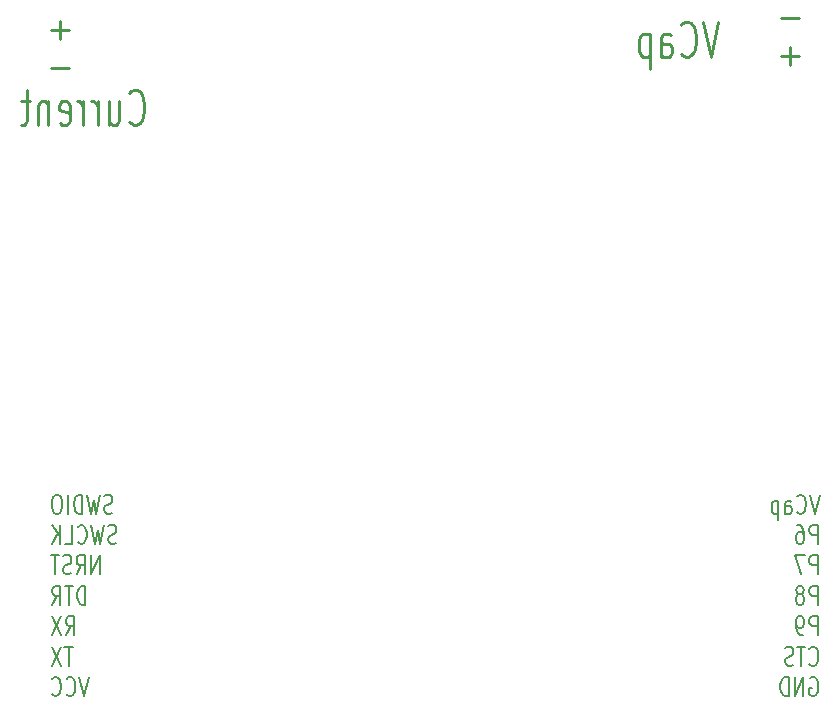
<source format=gbo>
G04 #@! TF.GenerationSoftware,KiCad,Pcbnew,6.0.11-2627ca5db0~126~ubuntu20.04.1*
G04 #@! TF.CreationDate,2023-07-01T13:06:28-04:00*
G04 #@! TF.ProjectId,MoistureSensorBreakout,4d6f6973-7475-4726-9553-656e736f7242,rev?*
G04 #@! TF.SameCoordinates,Original*
G04 #@! TF.FileFunction,Legend,Bot*
G04 #@! TF.FilePolarity,Positive*
%FSLAX46Y46*%
G04 Gerber Fmt 4.6, Leading zero omitted, Abs format (unit mm)*
G04 Created by KiCad (PCBNEW 6.0.11-2627ca5db0~126~ubuntu20.04.1) date 2023-07-01 13:06:28*
%MOMM*%
%LPD*%
G01*
G04 APERTURE LIST*
%ADD10C,0.250000*%
%ADD11C,0.150000*%
%ADD12R,1.700000X1.700000*%
%ADD13O,1.700000X1.700000*%
%ADD14R,1.600000X1.600000*%
%ADD15O,1.600000X1.600000*%
%ADD16C,2.000000*%
%ADD17C,1.600000*%
%ADD18O,1.000000X1.000000*%
%ADD19R,1.000000X1.000000*%
G04 APERTURE END LIST*
D10*
X114238095Y-66532857D02*
X115761904Y-66532857D01*
X115000000Y-67294761D02*
X115000000Y-65770952D01*
X114238095Y-69752857D02*
X115761904Y-69752857D01*
X120857142Y-74321428D02*
X120952380Y-74464285D01*
X121238095Y-74607142D01*
X121428571Y-74607142D01*
X121714285Y-74464285D01*
X121904761Y-74178571D01*
X122000000Y-73892857D01*
X122095238Y-73321428D01*
X122095238Y-72892857D01*
X122000000Y-72321428D01*
X121904761Y-72035714D01*
X121714285Y-71750000D01*
X121428571Y-71607142D01*
X121238095Y-71607142D01*
X120952380Y-71750000D01*
X120857142Y-71892857D01*
X119142857Y-72607142D02*
X119142857Y-74607142D01*
X120000000Y-72607142D02*
X120000000Y-74178571D01*
X119904761Y-74464285D01*
X119714285Y-74607142D01*
X119428571Y-74607142D01*
X119238095Y-74464285D01*
X119142857Y-74321428D01*
X118190476Y-74607142D02*
X118190476Y-72607142D01*
X118190476Y-73178571D02*
X118095238Y-72892857D01*
X118000000Y-72750000D01*
X117809523Y-72607142D01*
X117619047Y-72607142D01*
X116952380Y-74607142D02*
X116952380Y-72607142D01*
X116952380Y-73178571D02*
X116857142Y-72892857D01*
X116761904Y-72750000D01*
X116571428Y-72607142D01*
X116380952Y-72607142D01*
X114952380Y-74464285D02*
X115142857Y-74607142D01*
X115523809Y-74607142D01*
X115714285Y-74464285D01*
X115809523Y-74178571D01*
X115809523Y-73035714D01*
X115714285Y-72750000D01*
X115523809Y-72607142D01*
X115142857Y-72607142D01*
X114952380Y-72750000D01*
X114857142Y-73035714D01*
X114857142Y-73321428D01*
X115809523Y-73607142D01*
X114000000Y-72607142D02*
X114000000Y-74607142D01*
X114000000Y-72892857D02*
X113904761Y-72750000D01*
X113714285Y-72607142D01*
X113428571Y-72607142D01*
X113238095Y-72750000D01*
X113142857Y-73035714D01*
X113142857Y-74607142D01*
X112476190Y-72607142D02*
X111714285Y-72607142D01*
X112190476Y-71607142D02*
X112190476Y-74178571D01*
X112095238Y-74464285D01*
X111904761Y-74607142D01*
X111714285Y-74607142D01*
X170726190Y-65857142D02*
X170059523Y-68857142D01*
X169392857Y-65857142D01*
X167583333Y-68571428D02*
X167678571Y-68714285D01*
X167964285Y-68857142D01*
X168154761Y-68857142D01*
X168440476Y-68714285D01*
X168630952Y-68428571D01*
X168726190Y-68142857D01*
X168821428Y-67571428D01*
X168821428Y-67142857D01*
X168726190Y-66571428D01*
X168630952Y-66285714D01*
X168440476Y-66000000D01*
X168154761Y-65857142D01*
X167964285Y-65857142D01*
X167678571Y-66000000D01*
X167583333Y-66142857D01*
X165869047Y-68857142D02*
X165869047Y-67285714D01*
X165964285Y-67000000D01*
X166154761Y-66857142D01*
X166535714Y-66857142D01*
X166726190Y-67000000D01*
X165869047Y-68714285D02*
X166059523Y-68857142D01*
X166535714Y-68857142D01*
X166726190Y-68714285D01*
X166821428Y-68428571D01*
X166821428Y-68142857D01*
X166726190Y-67857142D01*
X166535714Y-67714285D01*
X166059523Y-67714285D01*
X165869047Y-67571428D01*
X164916666Y-66857142D02*
X164916666Y-69857142D01*
X164916666Y-67000000D02*
X164726190Y-66857142D01*
X164345238Y-66857142D01*
X164154761Y-67000000D01*
X164059523Y-67142857D01*
X163964285Y-67428571D01*
X163964285Y-68285714D01*
X164059523Y-68571428D01*
X164154761Y-68714285D01*
X164345238Y-68857142D01*
X164726190Y-68857142D01*
X164916666Y-68714285D01*
X175988095Y-65532857D02*
X177511904Y-65532857D01*
X175988095Y-68752857D02*
X177511904Y-68752857D01*
X176750000Y-69514761D02*
X176750000Y-67990952D01*
D11*
X119411785Y-107419619D02*
X119240357Y-107495809D01*
X118954642Y-107495809D01*
X118840357Y-107419619D01*
X118783214Y-107343428D01*
X118726071Y-107191047D01*
X118726071Y-107038666D01*
X118783214Y-106886285D01*
X118840357Y-106810095D01*
X118954642Y-106733904D01*
X119183214Y-106657714D01*
X119297500Y-106581523D01*
X119354642Y-106505333D01*
X119411785Y-106352952D01*
X119411785Y-106200571D01*
X119354642Y-106048190D01*
X119297500Y-105972000D01*
X119183214Y-105895809D01*
X118897500Y-105895809D01*
X118726071Y-105972000D01*
X118326071Y-105895809D02*
X118040357Y-107495809D01*
X117811785Y-106352952D01*
X117583214Y-107495809D01*
X117297500Y-105895809D01*
X116840357Y-107495809D02*
X116840357Y-105895809D01*
X116554642Y-105895809D01*
X116383214Y-105972000D01*
X116268928Y-106124380D01*
X116211785Y-106276761D01*
X116154642Y-106581523D01*
X116154642Y-106810095D01*
X116211785Y-107114857D01*
X116268928Y-107267238D01*
X116383214Y-107419619D01*
X116554642Y-107495809D01*
X116840357Y-107495809D01*
X115640357Y-107495809D02*
X115640357Y-105895809D01*
X114840357Y-105895809D02*
X114611785Y-105895809D01*
X114497500Y-105972000D01*
X114383214Y-106124380D01*
X114326071Y-106429142D01*
X114326071Y-106962476D01*
X114383214Y-107267238D01*
X114497500Y-107419619D01*
X114611785Y-107495809D01*
X114840357Y-107495809D01*
X114954642Y-107419619D01*
X115068928Y-107267238D01*
X115126071Y-106962476D01*
X115126071Y-106429142D01*
X115068928Y-106124380D01*
X114954642Y-105972000D01*
X114840357Y-105895809D01*
X119754642Y-109995619D02*
X119583214Y-110071809D01*
X119297500Y-110071809D01*
X119183214Y-109995619D01*
X119126071Y-109919428D01*
X119068928Y-109767047D01*
X119068928Y-109614666D01*
X119126071Y-109462285D01*
X119183214Y-109386095D01*
X119297500Y-109309904D01*
X119526071Y-109233714D01*
X119640357Y-109157523D01*
X119697500Y-109081333D01*
X119754642Y-108928952D01*
X119754642Y-108776571D01*
X119697500Y-108624190D01*
X119640357Y-108548000D01*
X119526071Y-108471809D01*
X119240357Y-108471809D01*
X119068928Y-108548000D01*
X118668928Y-108471809D02*
X118383214Y-110071809D01*
X118154642Y-108928952D01*
X117926071Y-110071809D01*
X117640357Y-108471809D01*
X116497500Y-109919428D02*
X116554642Y-109995619D01*
X116726071Y-110071809D01*
X116840357Y-110071809D01*
X117011785Y-109995619D01*
X117126071Y-109843238D01*
X117183214Y-109690857D01*
X117240357Y-109386095D01*
X117240357Y-109157523D01*
X117183214Y-108852761D01*
X117126071Y-108700380D01*
X117011785Y-108548000D01*
X116840357Y-108471809D01*
X116726071Y-108471809D01*
X116554642Y-108548000D01*
X116497500Y-108624190D01*
X115411785Y-110071809D02*
X115983214Y-110071809D01*
X115983214Y-108471809D01*
X115011785Y-110071809D02*
X115011785Y-108471809D01*
X114326071Y-110071809D02*
X114840357Y-109157523D01*
X114326071Y-108471809D02*
X115011785Y-109386095D01*
X118326071Y-112647809D02*
X118326071Y-111047809D01*
X117640357Y-112647809D01*
X117640357Y-111047809D01*
X116383214Y-112647809D02*
X116783214Y-111885904D01*
X117068928Y-112647809D02*
X117068928Y-111047809D01*
X116611785Y-111047809D01*
X116497500Y-111124000D01*
X116440357Y-111200190D01*
X116383214Y-111352571D01*
X116383214Y-111581142D01*
X116440357Y-111733523D01*
X116497500Y-111809714D01*
X116611785Y-111885904D01*
X117068928Y-111885904D01*
X115926071Y-112571619D02*
X115754642Y-112647809D01*
X115468928Y-112647809D01*
X115354642Y-112571619D01*
X115297500Y-112495428D01*
X115240357Y-112343047D01*
X115240357Y-112190666D01*
X115297500Y-112038285D01*
X115354642Y-111962095D01*
X115468928Y-111885904D01*
X115697500Y-111809714D01*
X115811785Y-111733523D01*
X115868928Y-111657333D01*
X115926071Y-111504952D01*
X115926071Y-111352571D01*
X115868928Y-111200190D01*
X115811785Y-111124000D01*
X115697500Y-111047809D01*
X115411785Y-111047809D01*
X115240357Y-111124000D01*
X114897500Y-111047809D02*
X114211785Y-111047809D01*
X114554642Y-112647809D02*
X114554642Y-111047809D01*
X117126071Y-115223809D02*
X117126071Y-113623809D01*
X116840357Y-113623809D01*
X116668928Y-113700000D01*
X116554642Y-113852380D01*
X116497500Y-114004761D01*
X116440357Y-114309523D01*
X116440357Y-114538095D01*
X116497500Y-114842857D01*
X116554642Y-114995238D01*
X116668928Y-115147619D01*
X116840357Y-115223809D01*
X117126071Y-115223809D01*
X116097500Y-113623809D02*
X115411785Y-113623809D01*
X115754642Y-115223809D02*
X115754642Y-113623809D01*
X114326071Y-115223809D02*
X114726071Y-114461904D01*
X115011785Y-115223809D02*
X115011785Y-113623809D01*
X114554642Y-113623809D01*
X114440357Y-113700000D01*
X114383214Y-113776190D01*
X114326071Y-113928571D01*
X114326071Y-114157142D01*
X114383214Y-114309523D01*
X114440357Y-114385714D01*
X114554642Y-114461904D01*
X115011785Y-114461904D01*
X115468928Y-117799809D02*
X115868928Y-117037904D01*
X116154642Y-117799809D02*
X116154642Y-116199809D01*
X115697500Y-116199809D01*
X115583214Y-116276000D01*
X115526071Y-116352190D01*
X115468928Y-116504571D01*
X115468928Y-116733142D01*
X115526071Y-116885523D01*
X115583214Y-116961714D01*
X115697500Y-117037904D01*
X116154642Y-117037904D01*
X115068928Y-116199809D02*
X114268928Y-117799809D01*
X114268928Y-116199809D02*
X115068928Y-117799809D01*
X116040357Y-118775809D02*
X115354642Y-118775809D01*
X115697500Y-120375809D02*
X115697500Y-118775809D01*
X115068928Y-118775809D02*
X114268928Y-120375809D01*
X114268928Y-118775809D02*
X115068928Y-120375809D01*
X117411785Y-121351809D02*
X117011785Y-122951809D01*
X116611785Y-121351809D01*
X115526071Y-122799428D02*
X115583214Y-122875619D01*
X115754642Y-122951809D01*
X115868928Y-122951809D01*
X116040357Y-122875619D01*
X116154642Y-122723238D01*
X116211785Y-122570857D01*
X116268928Y-122266095D01*
X116268928Y-122037523D01*
X116211785Y-121732761D01*
X116154642Y-121580380D01*
X116040357Y-121428000D01*
X115868928Y-121351809D01*
X115754642Y-121351809D01*
X115583214Y-121428000D01*
X115526071Y-121504190D01*
X114326071Y-122799428D02*
X114383214Y-122875619D01*
X114554642Y-122951809D01*
X114668928Y-122951809D01*
X114840357Y-122875619D01*
X114954642Y-122723238D01*
X115011785Y-122570857D01*
X115068928Y-122266095D01*
X115068928Y-122037523D01*
X115011785Y-121732761D01*
X114954642Y-121580380D01*
X114840357Y-121428000D01*
X114668928Y-121351809D01*
X114554642Y-121351809D01*
X114383214Y-121428000D01*
X114326071Y-121504190D01*
X179288214Y-105895809D02*
X178888214Y-107495809D01*
X178488214Y-105895809D01*
X177402500Y-107343428D02*
X177459642Y-107419619D01*
X177631071Y-107495809D01*
X177745357Y-107495809D01*
X177916785Y-107419619D01*
X178031071Y-107267238D01*
X178088214Y-107114857D01*
X178145357Y-106810095D01*
X178145357Y-106581523D01*
X178088214Y-106276761D01*
X178031071Y-106124380D01*
X177916785Y-105972000D01*
X177745357Y-105895809D01*
X177631071Y-105895809D01*
X177459642Y-105972000D01*
X177402500Y-106048190D01*
X176373928Y-107495809D02*
X176373928Y-106657714D01*
X176431071Y-106505333D01*
X176545357Y-106429142D01*
X176773928Y-106429142D01*
X176888214Y-106505333D01*
X176373928Y-107419619D02*
X176488214Y-107495809D01*
X176773928Y-107495809D01*
X176888214Y-107419619D01*
X176945357Y-107267238D01*
X176945357Y-107114857D01*
X176888214Y-106962476D01*
X176773928Y-106886285D01*
X176488214Y-106886285D01*
X176373928Y-106810095D01*
X175802500Y-106429142D02*
X175802500Y-108029142D01*
X175802500Y-106505333D02*
X175688214Y-106429142D01*
X175459642Y-106429142D01*
X175345357Y-106505333D01*
X175288214Y-106581523D01*
X175231071Y-106733904D01*
X175231071Y-107191047D01*
X175288214Y-107343428D01*
X175345357Y-107419619D01*
X175459642Y-107495809D01*
X175688214Y-107495809D01*
X175802500Y-107419619D01*
X179116785Y-110071809D02*
X179116785Y-108471809D01*
X178659642Y-108471809D01*
X178545357Y-108548000D01*
X178488214Y-108624190D01*
X178431071Y-108776571D01*
X178431071Y-109005142D01*
X178488214Y-109157523D01*
X178545357Y-109233714D01*
X178659642Y-109309904D01*
X179116785Y-109309904D01*
X177402500Y-108471809D02*
X177631071Y-108471809D01*
X177745357Y-108548000D01*
X177802500Y-108624190D01*
X177916785Y-108852761D01*
X177973928Y-109157523D01*
X177973928Y-109767047D01*
X177916785Y-109919428D01*
X177859642Y-109995619D01*
X177745357Y-110071809D01*
X177516785Y-110071809D01*
X177402500Y-109995619D01*
X177345357Y-109919428D01*
X177288214Y-109767047D01*
X177288214Y-109386095D01*
X177345357Y-109233714D01*
X177402500Y-109157523D01*
X177516785Y-109081333D01*
X177745357Y-109081333D01*
X177859642Y-109157523D01*
X177916785Y-109233714D01*
X177973928Y-109386095D01*
X179116785Y-112647809D02*
X179116785Y-111047809D01*
X178659642Y-111047809D01*
X178545357Y-111124000D01*
X178488214Y-111200190D01*
X178431071Y-111352571D01*
X178431071Y-111581142D01*
X178488214Y-111733523D01*
X178545357Y-111809714D01*
X178659642Y-111885904D01*
X179116785Y-111885904D01*
X178031071Y-111047809D02*
X177231071Y-111047809D01*
X177745357Y-112647809D01*
X179116785Y-115223809D02*
X179116785Y-113623809D01*
X178659642Y-113623809D01*
X178545357Y-113700000D01*
X178488214Y-113776190D01*
X178431071Y-113928571D01*
X178431071Y-114157142D01*
X178488214Y-114309523D01*
X178545357Y-114385714D01*
X178659642Y-114461904D01*
X179116785Y-114461904D01*
X177745357Y-114309523D02*
X177859642Y-114233333D01*
X177916785Y-114157142D01*
X177973928Y-114004761D01*
X177973928Y-113928571D01*
X177916785Y-113776190D01*
X177859642Y-113700000D01*
X177745357Y-113623809D01*
X177516785Y-113623809D01*
X177402500Y-113700000D01*
X177345357Y-113776190D01*
X177288214Y-113928571D01*
X177288214Y-114004761D01*
X177345357Y-114157142D01*
X177402500Y-114233333D01*
X177516785Y-114309523D01*
X177745357Y-114309523D01*
X177859642Y-114385714D01*
X177916785Y-114461904D01*
X177973928Y-114614285D01*
X177973928Y-114919047D01*
X177916785Y-115071428D01*
X177859642Y-115147619D01*
X177745357Y-115223809D01*
X177516785Y-115223809D01*
X177402500Y-115147619D01*
X177345357Y-115071428D01*
X177288214Y-114919047D01*
X177288214Y-114614285D01*
X177345357Y-114461904D01*
X177402500Y-114385714D01*
X177516785Y-114309523D01*
X179116785Y-117799809D02*
X179116785Y-116199809D01*
X178659642Y-116199809D01*
X178545357Y-116276000D01*
X178488214Y-116352190D01*
X178431071Y-116504571D01*
X178431071Y-116733142D01*
X178488214Y-116885523D01*
X178545357Y-116961714D01*
X178659642Y-117037904D01*
X179116785Y-117037904D01*
X177859642Y-117799809D02*
X177631071Y-117799809D01*
X177516785Y-117723619D01*
X177459642Y-117647428D01*
X177345357Y-117418857D01*
X177288214Y-117114095D01*
X177288214Y-116504571D01*
X177345357Y-116352190D01*
X177402500Y-116276000D01*
X177516785Y-116199809D01*
X177745357Y-116199809D01*
X177859642Y-116276000D01*
X177916785Y-116352190D01*
X177973928Y-116504571D01*
X177973928Y-116885523D01*
X177916785Y-117037904D01*
X177859642Y-117114095D01*
X177745357Y-117190285D01*
X177516785Y-117190285D01*
X177402500Y-117114095D01*
X177345357Y-117037904D01*
X177288214Y-116885523D01*
X178431071Y-120223428D02*
X178488214Y-120299619D01*
X178659642Y-120375809D01*
X178773928Y-120375809D01*
X178945357Y-120299619D01*
X179059642Y-120147238D01*
X179116785Y-119994857D01*
X179173928Y-119690095D01*
X179173928Y-119461523D01*
X179116785Y-119156761D01*
X179059642Y-119004380D01*
X178945357Y-118852000D01*
X178773928Y-118775809D01*
X178659642Y-118775809D01*
X178488214Y-118852000D01*
X178431071Y-118928190D01*
X178088214Y-118775809D02*
X177402500Y-118775809D01*
X177745357Y-120375809D02*
X177745357Y-118775809D01*
X177059642Y-120299619D02*
X176888214Y-120375809D01*
X176602500Y-120375809D01*
X176488214Y-120299619D01*
X176431071Y-120223428D01*
X176373928Y-120071047D01*
X176373928Y-119918666D01*
X176431071Y-119766285D01*
X176488214Y-119690095D01*
X176602500Y-119613904D01*
X176831071Y-119537714D01*
X176945357Y-119461523D01*
X177002500Y-119385333D01*
X177059642Y-119232952D01*
X177059642Y-119080571D01*
X177002500Y-118928190D01*
X176945357Y-118852000D01*
X176831071Y-118775809D01*
X176545357Y-118775809D01*
X176373928Y-118852000D01*
X178488214Y-121428000D02*
X178602500Y-121351809D01*
X178773928Y-121351809D01*
X178945357Y-121428000D01*
X179059642Y-121580380D01*
X179116785Y-121732761D01*
X179173928Y-122037523D01*
X179173928Y-122266095D01*
X179116785Y-122570857D01*
X179059642Y-122723238D01*
X178945357Y-122875619D01*
X178773928Y-122951809D01*
X178659642Y-122951809D01*
X178488214Y-122875619D01*
X178431071Y-122799428D01*
X178431071Y-122266095D01*
X178659642Y-122266095D01*
X177916785Y-122951809D02*
X177916785Y-121351809D01*
X177231071Y-122951809D01*
X177231071Y-121351809D01*
X176659642Y-122951809D02*
X176659642Y-121351809D01*
X176373928Y-121351809D01*
X176202500Y-121428000D01*
X176088214Y-121580380D01*
X176031071Y-121732761D01*
X175973928Y-122037523D01*
X175973928Y-122266095D01*
X176031071Y-122570857D01*
X176088214Y-122723238D01*
X176202500Y-122875619D01*
X176373928Y-122951809D01*
X176659642Y-122951809D01*
%LPC*%
D12*
X141500000Y-57250000D03*
D13*
X141500000Y-54710000D03*
X144040000Y-57250000D03*
X144040000Y-54710000D03*
X146580000Y-57250000D03*
X146580000Y-54710000D03*
X149120000Y-57250000D03*
X149120000Y-54710000D03*
X151660000Y-57250000D03*
X151660000Y-54710000D03*
D12*
X112000000Y-122000000D03*
D13*
X112000000Y-119460000D03*
X112000000Y-116920000D03*
X112000000Y-114380000D03*
X112000000Y-111840000D03*
X112000000Y-109300000D03*
X112000000Y-106760000D03*
D12*
X182000000Y-122000000D03*
D13*
X182000000Y-119460000D03*
X182000000Y-116920000D03*
X182000000Y-114380000D03*
X182000000Y-111840000D03*
X182000000Y-109300000D03*
X182000000Y-106760000D03*
D12*
X173000000Y-66000000D03*
D13*
X173000000Y-68540000D03*
D14*
X144000000Y-71060000D03*
D15*
X144000000Y-63440000D03*
D16*
X133250000Y-79000000D03*
X133250000Y-85500000D03*
X128750000Y-85500000D03*
X128750000Y-79000000D03*
X167250000Y-79000000D03*
X167250000Y-85500000D03*
X162750000Y-85500000D03*
X162750000Y-79000000D03*
D14*
X138000000Y-71060000D03*
D15*
X138000000Y-63440000D03*
D12*
X119000000Y-69000000D03*
D13*
X119000000Y-66460000D03*
D17*
X157000000Y-70810000D03*
D15*
X157000000Y-63190000D03*
D17*
X150000000Y-63190000D03*
D15*
X150000000Y-70810000D03*
D16*
X145250000Y-85500000D03*
X145250000Y-79000000D03*
X149750000Y-85500000D03*
X149750000Y-79000000D03*
D18*
X146230000Y-114170000D03*
X147500000Y-114170000D03*
X146230000Y-115440000D03*
X147500000Y-115440000D03*
X146230000Y-116710000D03*
X147500000Y-116710000D03*
X146230000Y-117980000D03*
X147500000Y-117980000D03*
X146230000Y-119250000D03*
X147500000Y-119250000D03*
X146230000Y-120520000D03*
X147500000Y-120520000D03*
X146230000Y-121790000D03*
D19*
X147500000Y-121790000D03*
M02*

</source>
